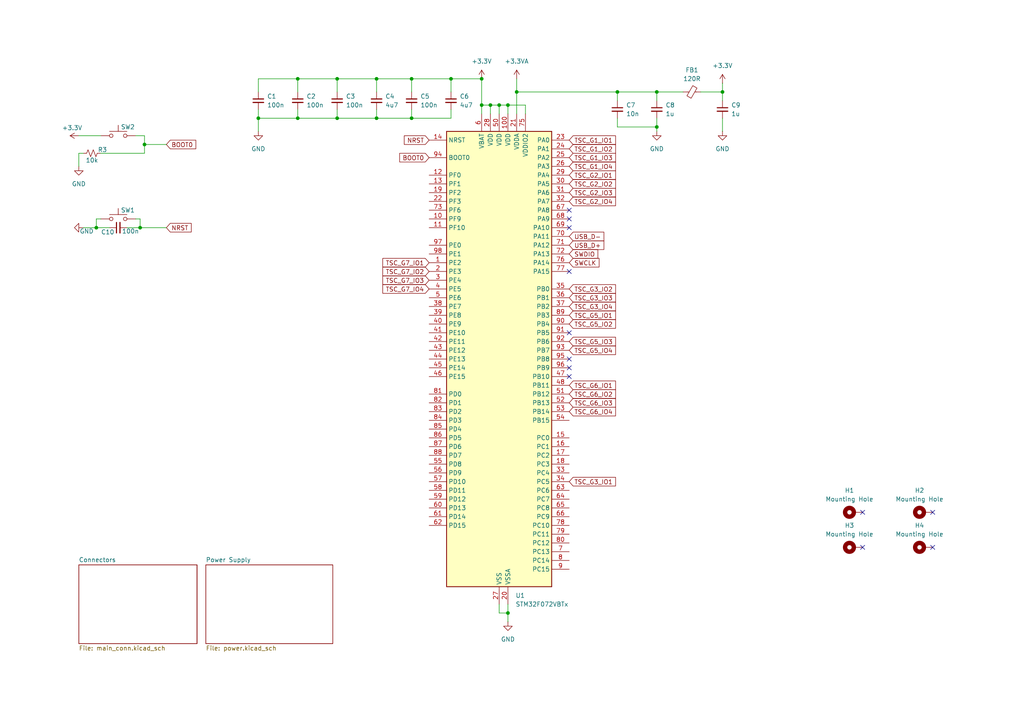
<source format=kicad_sch>
(kicad_sch (version 20231120) (generator "eeschema") (generator_version "8.0")
  (paper "A4")
  (title_block (title "Main Board") (date "2024-11-29") (rev "5") (company "Illini Rhythm Syndicate"))
  (lib_symbols
    (symbol "Device:C_Small" (pin_numbers hide) (pin_names (offset 0.254) hide)
      (property "Reference" "C" (at 0.254 1.778 0))
      (property "Value" "C_Small" (at 0.254 -2.032 0))
      (symbol "C_Small_0_1"
        (polyline (pts (xy -1.524 -0.508) (xy 1.524 -0.508)) (stroke (width 0.3302)))
        (polyline (pts (xy -1.524 0.508) (xy 1.524 0.508)) (stroke (width 0.3048)))
      )
      (symbol "C_Small_1_1"
        (pin passive line (at 0 2.54 270) (length 2.032) (name "~") (number "1"))
        (pin passive line (at 0 -2.54 90) (length 2.032) (name "~") (number "2"))
      )
    )
    (symbol "Device:FerriteBead_Small" (pin_numbers hide) (pin_names (offset 0))
      (property "Reference" "FB" (at 1.905 1.27 0))
      (property "Value" "FerriteBead_Small" (at 1.905 -1.27 0))
      (symbol "FerriteBead_Small_0_1"
        (polyline (pts (xy 0 -1.27) (xy 0 -0.7874)))
        (polyline (pts (xy 0 0.889) (xy 0 1.2954)))
        (polyline (pts (xy -1.8288 0.2794) (xy -1.1176 1.4986) (xy 1.8288 -0.2032) (xy 1.1176 -1.4224) (xy -1.8288 0.2794)))
      )
      (symbol "FerriteBead_Small_1_1"
        (pin passive line (at 0 2.54 270) (length 1.27) (name "~") (number "1"))
        (pin passive line (at 0 -2.54 90) (length 1.27) (name "~") (number "2"))
      )
    )
    (symbol "Device:R_Small_US" (pin_numbers hide) (pin_names (offset 0.254) hide)
      (property "Reference" "R" (at 0.762 0.508 0))
      (property "Value" "R_Small_US" (at 0.762 -1.016 0))
      (symbol "R_Small_US_1_1"
        (polyline (pts (xy 0 0) (xy 1.016 -0.381) (xy 0 -0.762) (xy -1.016 -1.143) (xy 0 -1.524)))
        (polyline (pts (xy 0 1.524) (xy 1.016 1.143) (xy 0 0.762) (xy -1.016 0.381) (xy 0 0)))
        (pin passive line (at 0 2.54 270) (length 1.016) (name "~") (number "1"))
        (pin passive line (at 0 -2.54 90) (length 1.016) (name "~") (number "2"))
      )
    )
    (symbol "MCU_ST_STM32F0:STM32F072VBTx"
      (property "Reference" "U" (at -15.24 67.31 0))
      (property "Value" "STM32F072VBTx" (at 10.16 67.31 0))
      (symbol "STM32F072VBTx_0_1"
        (rectangle (start -15.24 -66.04) (end 15.24 66.04) (stroke (width 0.254)) (fill (type background)))
      )
      (symbol "STM32F072VBTx_1_1"
        (pin bidirectional line (at -20.32 27.94 0) (length 5.08) (name "PE2") (number "1"))
        (pin bidirectional line (at -20.32 40.64 0) (length 5.08) (name "PF9") (number "10"))
        (pin power_in line (at 2.54 71.12 270) (length 5.08) (name "VDD") (number "100"))
        (pin bidirectional line (at -20.32 38.1 0) (length 5.08) (name "PF10") (number "11"))
        (pin bidirectional line (at -20.32 53.34 0) (length 5.08) (name "PF0") (number "12"))
        (pin bidirectional line (at -20.32 50.8 0) (length 5.08) (name "PF1") (number "13"))
        (pin input line (at -20.32 63.5 0) (length 5.08) (name "NRST") (number "14"))
        (pin bidirectional line (at 20.32 -22.86 180) (length 5.08) (name "PC0") (number "15"))
        (pin bidirectional line (at 20.32 -25.4 180) (length 5.08) (name "PC1") (number "16"))
        (pin bidirectional line (at 20.32 -27.94 180) (length 5.08) (name "PC2") (number "17"))
        (pin bidirectional line (at 20.32 -30.48 180) (length 5.08) (name "PC3") (number "18"))
        (pin bidirectional line (at -20.32 48.26 0) (length 5.08) (name "PF2") (number "19"))
        (pin bidirectional line (at -20.32 25.4 0) (length 5.08) (name "PE3") (number "2"))
        (pin power_in line (at 2.54 -71.12 90) (length 5.08) (name "VSSA") (number "20"))
        (pin power_in line (at 5.08 71.12 270) (length 5.08) (name "VDDA") (number "21"))
        (pin bidirectional line (at -20.32 45.72 0) (length 5.08) (name "PF3") (number "22"))
        (pin bidirectional line (at 20.32 63.5 180) (length 5.08) (name "PA0") (number "23"))
        (pin bidirectional line (at 20.32 60.96 180) (length 5.08) (name "PA1") (number "24"))
        (pin bidirectional line (at 20.32 58.42 180) (length 5.08) (name "PA2") (number "25"))
        (pin bidirectional line (at 20.32 55.88 180) (length 5.08) (name "PA3") (number "26"))
        (pin power_in line (at 0 -71.12 90) (length 5.08) (name "VSS") (number "27"))
        (pin power_in line (at -2.54 71.12 270) (length 5.08) (name "VDD") (number "28"))
        (pin bidirectional line (at 20.32 53.34 180) (length 5.08) (name "PA4") (number "29"))
        (pin bidirectional line (at -20.32 22.86 0) (length 5.08) (name "PE4") (number "3"))
        (pin bidirectional line (at 20.32 50.8 180) (length 5.08) (name "PA5") (number "30"))
        (pin bidirectional line (at 20.32 48.26 180) (length 5.08) (name "PA6") (number "31"))
        (pin bidirectional line (at 20.32 45.72 180) (length 5.08) (name "PA7") (number "32"))
        (pin bidirectional line (at 20.32 -33.02 180) (length 5.08) (name "PC4") (number "33"))
        (pin bidirectional line (at 20.32 -35.56 180) (length 5.08) (name "PC5") (number "34"))
        (pin bidirectional line (at 20.32 20.32 180) (length 5.08) (name "PB0") (number "35"))
        (pin bidirectional line (at 20.32 17.78 180) (length 5.08) (name "PB1") (number "36"))
        (pin bidirectional line (at 20.32 15.24 180) (length 5.08) (name "PB2") (number "37"))
        (pin bidirectional line (at -20.32 15.24 0) (length 5.08) (name "PE7") (number "38"))
        (pin bidirectional line (at -20.32 12.7 0) (length 5.08) (name "PE8") (number "39"))
        (pin bidirectional line (at -20.32 20.32 0) (length 5.08) (name "PE5") (number "4"))
        (pin bidirectional line (at -20.32 10.16 0) (length 5.08) (name "PE9") (number "40"))
        (pin bidirectional line (at -20.32 7.62 0) (length 5.08) (name "PE10") (number "41"))
        (pin bidirectional line (at -20.32 5.08 0) (length 5.08) (name "PE11") (number "42"))
        (pin bidirectional line (at -20.32 2.54 0) (length 5.08) (name "PE12") (number "43"))
        (pin bidirectional line (at -20.32 0 0) (length 5.08) (name "PE13") (number "44"))
        (pin bidirectional line (at -20.32 -2.54 0) (length 5.08) (name "PE14") (number "45"))
        (pin bidirectional line (at -20.32 -5.08 0) (length 5.08) (name "PE15") (number "46"))
        (pin bidirectional line (at 20.32 -5.08 180) (length 5.08) (name "PB10") (number "47"))
        (pin bidirectional line (at 20.32 -7.62 180) (length 5.08) (name "PB11") (number "48"))
        (pin passive line (at 0 -71.12 90) (length 5.08) hide (name "VSS") (number "49"))
        (pin bidirectional line (at -20.32 17.78 0) (length 5.08) (name "PE6") (number "5"))
        (pin power_in line (at 0 71.12 270) (length 5.08) (name "VDD") (number "50"))
        (pin bidirectional line (at 20.32 -10.16 180) (length 5.08) (name "PB12") (number "51"))
        (pin bidirectional line (at 20.32 -12.7 180) (length 5.08) (name "PB13") (number "52"))
        (pin bidirectional line (at 20.32 -15.24 180) (length 5.08) (name "PB14") (number "53"))
        (pin bidirectional line (at 20.32 -17.78 180) (length 5.08) (name "PB15") (number "54"))
        (pin bidirectional line (at -20.32 -30.48 0) (length 5.08) (name "PD8") (number "55"))
        (pin bidirectional line (at -20.32 -33.02 0) (length 5.08) (name "PD9") (number "56"))
        (pin bidirectional line (at -20.32 -35.56 0) (length 5.08) (name "PD10") (number "57"))
        (pin bidirectional line (at -20.32 -38.1 0) (length 5.08) (name "PD11") (number "58"))
        (pin bidirectional line (at -20.32 -40.64 0) (length 5.08) (name "PD12") (number "59"))
        (pin power_in line (at -5.08 71.12 270) (length 5.08) (name "VBAT") (number "6"))
        (pin bidirectional line (at -20.32 -43.18 0) (length 5.08) (name "PD13") (number "60"))
        (pin bidirectional line (at -20.32 -45.72 0) (length 5.08) (name "PD14") (number "61"))
        (pin bidirectional line (at -20.32 -48.26 0) (length 5.08) (name "PD15") (number "62"))
        (pin bidirectional line (at 20.32 -38.1 180) (length 5.08) (name "PC6") (number "63"))
        (pin bidirectional line (at 20.32 -40.64 180) (length 5.08) (name "PC7") (number "64"))
        (pin bidirectional line (at 20.32 -43.18 180) (length 5.08) (name "PC8") (number "65"))
        (pin bidirectional line (at 20.32 -45.72 180) (length 5.08) (name "PC9") (number "66"))
        (pin bidirectional line (at 20.32 43.18 180) (length 5.08) (name "PA8") (number "67"))
        (pin bidirectional line (at 20.32 40.64 180) (length 5.08) (name "PA9") (number "68"))
        (pin bidirectional line (at 20.32 38.1 180) (length 5.08) (name "PA10") (number "69"))
        (pin bidirectional line (at 20.32 -55.88 180) (length 5.08) (name "PC13") (number "7"))
        (pin bidirectional line (at 20.32 35.56 180) (length 5.08) (name "PA11") (number "70"))
        (pin bidirectional line (at 20.32 33.02 180) (length 5.08) (name "PA12") (number "71"))
        (pin bidirectional line (at 20.32 30.48 180) (length 5.08) (name "PA13") (number "72"))
        (pin bidirectional line (at -20.32 43.18 0) (length 5.08) (name "PF6") (number "73"))
        (pin passive line (at 0 -71.12 90) (length 5.08) hide (name "VSS") (number "74"))
        (pin power_in line (at 7.62 71.12 270) (length 5.08) (name "VDDIO2") (number "75"))
        (pin bidirectional line (at 20.32 27.94 180) (length 5.08) (name "PA14") (number "76"))
        (pin bidirectional line (at 20.32 25.4 180) (length 5.08) (name "PA15") (number "77"))
        (pin bidirectional line (at 20.32 -48.26 180) (length 5.08) (name "PC10") (number "78"))
        (pin bidirectional line (at 20.32 -50.8 180) (length 5.08) (name "PC11") (number "79"))
        (pin bidirectional line (at 20.32 -58.42 180) (length 5.08) (name "PC14") (number "8"))
        (pin bidirectional line (at 20.32 -53.34 180) (length 5.08) (name "PC12") (number "80"))
        (pin bidirectional line (at -20.32 -10.16 0) (length 5.08) (name "PD0") (number "81"))
        (pin bidirectional line (at -20.32 -12.7 0) (length 5.08) (name "PD1") (number "82"))
        (pin bidirectional line (at -20.32 -15.24 0) (length 5.08) (name "PD2") (number "83"))
        (pin bidirectional line (at -20.32 -17.78 0) (length 5.08) (name "PD3") (number "84"))
        (pin bidirectional line (at -20.32 -20.32 0) (length 5.08) (name "PD4") (number "85"))
        (pin bidirectional line (at -20.32 -22.86 0) (length 5.08) (name "PD5") (number "86"))
        (pin bidirectional line (at -20.32 -25.4 0) (length 5.08) (name "PD6") (number "87"))
        (pin bidirectional line (at -20.32 -27.94 0) (length 5.08) (name "PD7") (number "88"))
        (pin bidirectional line (at 20.32 12.7 180) (length 5.08) (name "PB3") (number "89"))
        (pin bidirectional line (at 20.32 -60.96 180) (length 5.08) (name "PC15") (number "9"))
        (pin bidirectional line (at 20.32 10.16 180) (length 5.08) (name "PB4") (number "90"))
        (pin bidirectional line (at 20.32 7.62 180) (length 5.08) (name "PB5") (number "91"))
        (pin bidirectional line (at 20.32 5.08 180) (length 5.08) (name "PB6") (number "92"))
        (pin bidirectional line (at 20.32 2.54 180) (length 5.08) (name "PB7") (number "93"))
        (pin input line (at -20.32 58.42 0) (length 5.08) (name "BOOT0") (number "94"))
        (pin bidirectional line (at 20.32 0 180) (length 5.08) (name "PB8") (number "95"))
        (pin bidirectional line (at 20.32 -2.54 180) (length 5.08) (name "PB9") (number "96"))
        (pin bidirectional line (at -20.32 33.02 0) (length 5.08) (name "PE0") (number "97"))
        (pin bidirectional line (at -20.32 30.48 0) (length 5.08) (name "PE1") (number "98"))
        (pin passive line (at 0 -71.12 90) (length 5.08) hide (name "VSS") (number "99"))
      )
    )
    (symbol "Mechanical:MountingHole_Pad" (pin_numbers hide) (pin_names (offset 1.016) hide) (exclude_from_sim yes) (in_bom no)
      (property "Reference" "H" (at 0 6.35 0))
      (property "Value" "MountingHole_Pad" (at 0 4.445 0))
      (symbol "MountingHole_Pad_0_1"
        (circle (center 0 1.27) (radius 1.27) (stroke (width 1.27)))
      )
      (symbol "MountingHole_Pad_1_1"
        (pin input line (at 0 -2.54 90) (length 2.54) (name "1") (number "1"))
      )
    )
    (symbol "Switch:SW_Push" (pin_numbers hide) (pin_names (offset 1.016) hide)
      (property "Reference" "SW" (at 1.27 2.54 0))
      (property "Value" "SW_Push" (at 0 -1.524 0))
      (symbol "SW_Push_0_1"
        (circle (center -2.032 0) (radius 0.508))
        (polyline (pts (xy 0 1.27) (xy 0 3.048)))
        (polyline (pts (xy 2.54 1.27) (xy -2.54 1.27)))
        (circle (center 2.032 0) (radius 0.508))
        (pin passive line (at -5.08 0 0) (length 2.54) (name "1") (number "1"))
        (pin passive line (at 5.08 0 180) (length 2.54) (name "2") (number "2"))
      )
    )
    (symbol "power:+3.3V" (power) (pin_numbers hide) (pin_names (offset 0) hide)
      (property "Value" "+3.3V" (at 0 3.556 0))
      (symbol "+3.3V_0_1"
        (polyline (pts (xy -0.762 1.27) (xy 0 2.54)))
        (polyline (pts (xy 0 0) (xy 0 2.54)))
        (polyline (pts (xy 0 2.54) (xy 0.762 1.27)))
      )
      (symbol "+3.3V_1_1"
        (pin power_in line (at 0 0 90) (length 0) (name "~") (number "1"))
      )
    )
    (symbol "power:+3.3VA" (power) (pin_numbers hide) (pin_names (offset 0) hide)
      (property "Value" "+3.3VA" (at 0 3.556 0))
      (symbol "+3.3VA_0_1"
        (polyline (pts (xy -0.762 1.27) (xy 0 2.54)))
        (polyline (pts (xy 0 0) (xy 0 2.54)))
        (polyline (pts (xy 0 2.54) (xy 0.762 1.27)))
      )
      (symbol "+3.3VA_1_1"
        (pin power_in line (at 0 0 90) (length 0) (name "~") (number "1"))
      )
    )
    (symbol "power:GND" (power) (pin_numbers hide) (pin_names (offset 0) hide)
      (property "Value" "GND" (at 0 -3.81 0))
      (symbol "GND_0_1"
        (polyline (pts (xy 0 0) (xy 0 -1.27) (xy 1.27 -1.27) (xy 0 -2.54) (xy -1.27 -1.27) (xy 0 -1.27)))
      )
      (symbol "GND_1_1"
        (pin power_in line (at 0 0 270) (length 0) (name "~") (number "1"))
      )
    )
  )
  (junction (at 40.64 66.04))
  (junction (at 109.22 34.29))
  (junction (at 74.93 34.29))
  (junction (at 41.91 41.91))
  (junction (at 139.7 22.86))
  (junction (at 190.5 36.83))
  (junction (at 97.79 22.86))
  (junction (at 144.78 30.48))
  (junction (at 209.55 26.67))
  (junction (at 142.24 30.48))
  (junction (at 86.36 22.86))
  (junction (at 109.22 22.86))
  (junction (at 149.86 26.67))
  (junction (at 179.07 26.67))
  (junction (at 97.79 34.29))
  (junction (at 119.38 34.29))
  (junction (at 86.36 34.29))
  (junction (at 139.7 30.48))
  (junction (at 190.5 26.67))
  (junction (at 119.38 22.86))
  (junction (at 27.94 66.04))
  (junction (at 147.32 177.8))
  (junction (at 130.81 22.86))
  (junction (at 147.32 30.48))
  (no_connect (at 250.19 158.75))
  (no_connect (at 270.51 148.59))
  (no_connect (at 165.1 78.74))
  (no_connect (at 165.1 66.04))
  (no_connect (at 250.19 148.59))
  (no_connect (at 165.1 60.96))
  (no_connect (at 165.1 63.5))
  (no_connect (at 165.1 109.22))
  (no_connect (at 165.1 106.68))
  (no_connect (at 165.1 96.52))
  (no_connect (at 165.1 104.14))
  (no_connect (at 270.51 158.75))
  (wire (pts (xy 139.7 30.48) (xy 142.24 30.48)))
  (wire (pts (xy 144.78 177.8) (xy 147.32 177.8)))
  (wire (pts (xy 190.5 26.67) (xy 179.07 26.67)))
  (wire (pts (xy 74.93 34.29) (xy 74.93 38.1)))
  (wire (pts (xy 139.7 30.48) (xy 139.7 33.02)))
  (wire (pts (xy 144.78 175.26) (xy 144.78 177.8)))
  (wire (pts (xy 27.94 63.5) (xy 27.94 66.04)))
  (wire (pts (xy 147.32 177.8) (xy 147.32 180.34)))
  (wire (pts (xy 24.13 66.04) (xy 27.94 66.04)))
  (wire (pts (xy 74.93 22.86) (xy 74.93 26.67)))
  (wire (pts (xy 119.38 34.29) (xy 109.22 34.29)))
  (wire (pts (xy 144.78 30.48) (xy 144.78 33.02)))
  (wire (pts (xy 109.22 22.86) (xy 109.22 26.67)))
  (wire (pts (xy 86.36 22.86) (xy 97.79 22.86)))
  (wire (pts (xy 29.21 44.45) (xy 41.91 44.45)))
  (wire (pts (xy 39.37 63.5) (xy 40.64 63.5)))
  (wire (pts (xy 97.79 34.29) (xy 86.36 34.29)))
  (wire (pts (xy 147.32 177.8) (xy 147.32 175.26)))
  (wire (pts (xy 190.5 34.29) (xy 190.5 36.83)))
  (wire (pts (xy 209.55 26.67) (xy 203.2 26.67)))
  (wire (pts (xy 41.91 41.91) (xy 48.26 41.91)))
  (wire (pts (xy 22.86 44.45) (xy 22.86 48.26)))
  (wire (pts (xy 97.79 22.86) (xy 109.22 22.86)))
  (wire (pts (xy 152.4 30.48) (xy 152.4 33.02)))
  (wire (pts (xy 119.38 31.75) (xy 119.38 34.29)))
  (wire (pts (xy 142.24 30.48) (xy 142.24 33.02)))
  (wire (pts (xy 198.12 26.67) (xy 190.5 26.67)))
  (wire (pts (xy 41.91 39.37) (xy 39.37 39.37)))
  (wire (pts (xy 130.81 22.86) (xy 139.7 22.86)))
  (wire (pts (xy 130.81 22.86) (xy 130.81 26.67)))
  (wire (pts (xy 109.22 22.86) (xy 119.38 22.86)))
  (wire (pts (xy 40.64 66.04) (xy 48.26 66.04)))
  (wire (pts (xy 29.21 63.5) (xy 27.94 63.5)))
  (wire (pts (xy 119.38 22.86) (xy 119.38 26.67)))
  (wire (pts (xy 74.93 22.86) (xy 86.36 22.86)))
  (wire (pts (xy 139.7 22.86) (xy 139.7 30.48)))
  (wire (pts (xy 142.24 30.48) (xy 144.78 30.48)))
  (wire (pts (xy 86.36 31.75) (xy 86.36 34.29)))
  (wire (pts (xy 36.83 66.04) (xy 40.64 66.04)))
  (wire (pts (xy 130.81 31.75) (xy 130.81 34.29)))
  (wire (pts (xy 130.81 34.29) (xy 119.38 34.29)))
  (wire (pts (xy 109.22 34.29) (xy 97.79 34.29)))
  (wire (pts (xy 144.78 30.48) (xy 147.32 30.48)))
  (wire (pts (xy 179.07 34.29) (xy 179.07 36.83)))
  (wire (pts (xy 119.38 22.86) (xy 130.81 22.86)))
  (wire (pts (xy 86.36 34.29) (xy 74.93 34.29)))
  (wire (pts (xy 149.86 26.67) (xy 179.07 26.67)))
  (wire (pts (xy 149.86 33.02) (xy 149.86 26.67)))
  (wire (pts (xy 41.91 41.91) (xy 41.91 44.45)))
  (wire (pts (xy 209.55 24.13) (xy 209.55 26.67)))
  (wire (pts (xy 179.07 26.67) (xy 179.07 29.21)))
  (wire (pts (xy 190.5 26.67) (xy 190.5 29.21)))
  (wire (pts (xy 74.93 34.29) (xy 74.93 31.75)))
  (wire (pts (xy 109.22 31.75) (xy 109.22 34.29)))
  (wire (pts (xy 22.86 39.37) (xy 29.21 39.37)))
  (wire (pts (xy 97.79 26.67) (xy 97.79 22.86)))
  (wire (pts (xy 179.07 36.83) (xy 190.5 36.83)))
  (wire (pts (xy 40.64 63.5) (xy 40.64 66.04)))
  (wire (pts (xy 147.32 30.48) (xy 152.4 30.48)))
  (wire (pts (xy 41.91 39.37) (xy 41.91 41.91)))
  (wire (pts (xy 24.13 44.45) (xy 22.86 44.45)))
  (wire (pts (xy 209.55 34.29) (xy 209.55 38.1)))
  (wire (pts (xy 97.79 31.75) (xy 97.79 34.29)))
  (wire (pts (xy 190.5 36.83) (xy 190.5 38.1)))
  (wire (pts (xy 147.32 30.48) (xy 147.32 33.02)))
  (wire (pts (xy 149.86 22.86) (xy 149.86 26.67)))
  (wire (pts (xy 27.94 66.04) (xy 31.75 66.04)))
  (wire (pts (xy 86.36 26.67) (xy 86.36 22.86)))
  (wire (pts (xy 209.55 26.67) (xy 209.55 29.21)))
  (global_label "SWDIO" (shape input) (at 165.1 73.66 0) (property "Intersheetrefs" "${INTERSHEET_REFS}" (effects (hide yes))))
  (global_label "TSC_G3_IO3" (shape input) (at 165.1 86.36 0) (property "Intersheetrefs" "${INTERSHEET_REFS}" (effects (hide yes))))
  (global_label "TSC_G6_IO4" (shape input) (at 165.1 119.38 0) (property "Intersheetrefs" "${INTERSHEET_REFS}" (effects (hide yes))))
  (global_label "TSC_G1_IO1" (shape input) (at 165.1 40.64 0) (property "Intersheetrefs" "${INTERSHEET_REFS}" (effects (hide yes))))
  (global_label "TSC_G2_IO3" (shape input) (at 165.1 55.88 0) (property "Intersheetrefs" "${INTERSHEET_REFS}" (effects (hide yes))))
  (global_label "TSC_G7_IO3" (shape input) (at 124.46 81.28 180) (property "Intersheetrefs" "${INTERSHEET_REFS}" (effects (hide yes))))
  (global_label "TSC_G5_IO1" (shape input) (at 165.1 91.44 0) (property "Intersheetrefs" "${INTERSHEET_REFS}" (effects (hide yes))))
  (global_label "TSC_G5_IO4" (shape input) (at 165.1 101.6 0) (property "Intersheetrefs" "${INTERSHEET_REFS}" (effects (hide yes))))
  (global_label "TSC_G6_IO1" (shape input) (at 165.1 111.76 0) (property "Intersheetrefs" "${INTERSHEET_REFS}" (effects (hide yes))))
  (global_label "USB_D+" (shape input) (at 165.1 71.12 0) (property "Intersheetrefs" "${INTERSHEET_REFS}" (effects (hide yes))))
  (global_label "TSC_G7_IO2" (shape input) (at 124.46 78.74 180) (property "Intersheetrefs" "${INTERSHEET_REFS}" (effects (hide yes))))
  (global_label "TSC_G3_IO2" (shape input) (at 165.1 83.82 0) (property "Intersheetrefs" "${INTERSHEET_REFS}" (effects (hide yes))))
  (global_label "NRST" (shape input) (at 124.46 40.64 180) (property "Intersheetrefs" "${INTERSHEET_REFS}" (effects (hide yes))))
  (global_label "SWCLK" (shape input) (at 165.1 76.2 0) (property "Intersheetrefs" "${INTERSHEET_REFS}" (effects (hide yes))))
  (global_label "TSC_G3_IO1" (shape input) (at 165.1 139.7 0) (property "Intersheetrefs" "${INTERSHEET_REFS}" (effects (hide yes))))
  (global_label "TSC_G3_IO4" (shape input) (at 165.1 88.9 0) (property "Intersheetrefs" "${INTERSHEET_REFS}" (effects (hide yes))))
  (global_label "TSC_G6_IO3" (shape input) (at 165.1 116.84 0) (property "Intersheetrefs" "${INTERSHEET_REFS}" (effects (hide yes))))
  (global_label "USB_D-" (shape input) (at 165.1 68.58 0) (property "Intersheetrefs" "${INTERSHEET_REFS}" (effects (hide yes))))
  (global_label "TSC_G6_IO2" (shape input) (at 165.1 114.3 0) (property "Intersheetrefs" "${INTERSHEET_REFS}" (effects (hide yes))))
  (global_label "TSC_G5_IO3" (shape input) (at 165.1 99.06 0) (property "Intersheetrefs" "${INTERSHEET_REFS}" (effects (hide yes))))
  (global_label "NRST" (shape input) (at 48.26 66.04 0) (property "Intersheetrefs" "${INTERSHEET_REFS}" (effects (hide yes))))
  (global_label "TSC_G1_IO2" (shape input) (at 165.1 43.18 0) (property "Intersheetrefs" "${INTERSHEET_REFS}" (effects (hide yes))))
  (global_label "TSC_G7_IO4" (shape input) (at 124.46 83.82 180) (property "Intersheetrefs" "${INTERSHEET_REFS}" (effects (hide yes))))
  (global_label "TSC_G1_IO4" (shape input) (at 165.1 48.26 0) (property "Intersheetrefs" "${INTERSHEET_REFS}" (effects (hide yes))))
  (global_label "TSC_G2_IO2" (shape input) (at 165.1 53.34 0) (property "Intersheetrefs" "${INTERSHEET_REFS}" (effects (hide yes))))
  (global_label "TSC_G2_IO1" (shape input) (at 165.1 50.8 0) (property "Intersheetrefs" "${INTERSHEET_REFS}" (effects (hide yes))))
  (global_label "TSC_G5_IO2" (shape input) (at 165.1 93.98 0) (property "Intersheetrefs" "${INTERSHEET_REFS}" (effects (hide yes))))
  (global_label "TSC_G2_IO4" (shape input) (at 165.1 58.42 0) (property "Intersheetrefs" "${INTERSHEET_REFS}" (effects (hide yes))))
  (global_label "TSC_G7_IO1" (shape input) (at 124.46 76.2 180) (property "Intersheetrefs" "${INTERSHEET_REFS}" (effects (hide yes))))
  (global_label "TSC_G1_IO3" (shape input) (at 165.1 45.72 0) (property "Intersheetrefs" "${INTERSHEET_REFS}" (effects (hide yes))))
  (global_label "BOOT0" (shape input) (at 124.46 45.72 180) (property "Intersheetrefs" "${INTERSHEET_REFS}" (effects (hide yes))))
  (global_label "BOOT0" (shape input) (at 48.26 41.91 0) (property "Intersheetrefs" "${INTERSHEET_REFS}" (effects (hide yes))))
  (symbol (lib_id "power:+3.3V") (at 139.7 22.86 0) (unit 1)
    (property "Reference" "#PWR01" (effects (hide yes)))
    (property "Value" "+3.3V" (at 139.7 17.78 0))
    (property "Description" "Power symbol creates a global label with name \"+3.3V\"" (effects (hide yes)))
  )
  (symbol (lib_id "Switch:SW_Push") (at 34.29 63.5 0) (unit 1)
    (property "Reference" "SW1" (at 37.084 60.96 0))
    (property "Value" "SW_Push" (effects (hide yes)))
    (property "Footprint" "Button_Switch_SMD:SW_Tactile_SPST_NO_Straight_CK_PTS636Sx25SMTRLFS" (effects (hide yes)))
    (property "Description" "Push button switch, generic, two pins" (effects (hide yes)))
  )
  (symbol (lib_id "MCU_ST_STM32F0:STM32F072VBTx") (at 144.78 104.14 0) (unit 1)
    (property "Reference" "U1" (at 149.5141 172.72 0) (effects (justify left)))
    (property "Value" "STM32F072VBTx" (at 149.5141 175.26 0) (effects (justify left)))
    (property "Footprint" "Package_QFP:LQFP-100_14x14mm_P0.5mm" (effects (hide yes)))
    (property "Datasheet" "https://www.st.com/resource/en/datasheet/stm32f072vb.pdf" (effects (hide yes)))
    (property "Description" "STMicroelectronics Arm Cortex-M0 MCU, 128KB flash, 16KB RAM, 48 MHz, 2.0-3.6V, 87 GPIO, LQFP100" (effects (hide yes)))
  )
  (symbol (lib_id "Device:C_Small") (at 86.36 29.21 0) (unit 1)
    (property "Reference" "C2" (at 88.9 27.9462 0) (effects (justify left)))
    (property "Value" "100n" (at 88.9 30.4862 0) (effects (justify left)))
    (property "Footprint" "Capacitor_SMD:C_0402_1005Metric" (effects (hide yes)))
    (property "Description" "Unpolarized capacitor, small symbol" (effects (hide yes)))
  )
  (symbol (lib_id "Device:C_Small") (at 97.79 29.21 0) (unit 1)
    (property "Reference" "C3" (at 100.33 27.9462 0) (effects (justify left)))
    (property "Value" "100n" (at 100.33 30.4862 0) (effects (justify left)))
    (property "Footprint" "Capacitor_SMD:C_0402_1005Metric" (effects (hide yes)))
    (property "Description" "Unpolarized capacitor, small symbol" (effects (hide yes)))
  )
  (symbol (lib_id "Switch:SW_Push") (at 34.29 39.37 0) (unit 1)
    (property "Reference" "SW2" (at 37.084 36.83 0))
    (property "Value" "SW_Push" (effects (hide yes)))
    (property "Footprint" "Button_Switch_SMD:SW_Tactile_SPST_NO_Straight_CK_PTS636Sx25SMTRLFS" (effects (hide yes)))
    (property "Description" "Push button switch, generic, two pins" (effects (hide yes)))
  )
  (symbol (lib_id "Mechanical:MountingHole_Pad") (at 267.97 158.75 90) (unit 1) (exclude_from_sim yes) (in_bom no)
    (property "Reference" "H4" (at 266.7 152.4 90))
    (property "Value" "Mounting Hole" (at 266.7 154.94 90))
    (property "Footprint" "MountingHole:MountingHole_2.2mm_M2_Pad" (effects (hide yes)))
    (property "Description" "Mounting Hole with connection" (effects (hide yes)))
  )
  (symbol (lib_id "power:GND") (at 209.55 38.1 0) (unit 1)
    (property "Reference" "#PWR06" (effects (hide yes)))
    (property "Value" "GND" (at 209.55 43.18 0))
    (property "Description" "Power symbol creates a global label with name \"GND\" , ground" (effects (hide yes)))
  )
  (symbol (lib_id "power:GND") (at 147.32 180.34 0) (unit 1)
    (property "Reference" "#PWR015" (effects (hide yes)))
    (property "Value" "GND" (at 147.32 185.42 0))
    (property "Description" "Power symbol creates a global label with name \"GND\" , ground" (effects (hide yes)))
  )
  (symbol (lib_id "power:+3.3V") (at 209.55 24.13 0) (unit 1)
    (property "Reference" "#PWR03" (effects (hide yes)))
    (property "Value" "+3.3V" (at 209.55 19.05 0))
    (property "Description" "Power symbol creates a global label with name \"+3.3V\"" (effects (hide yes)))
  )
  (symbol (lib_id "Mechanical:MountingHole_Pad") (at 247.65 148.59 90) (unit 1) (exclude_from_sim yes) (in_bom no)
    (property "Reference" "H1" (at 246.38 142.24 90))
    (property "Value" "Mounting Hole" (at 246.38 144.78 90))
    (property "Footprint" "MountingHole:MountingHole_2.2mm_M2_Pad" (effects (hide yes)))
    (property "Description" "Mounting Hole with connection" (effects (hide yes)))
  )
  (symbol (lib_id "Mechanical:MountingHole_Pad") (at 247.65 158.75 90) (unit 1) (exclude_from_sim yes) (in_bom no)
    (property "Reference" "H3" (at 246.38 152.4 90))
    (property "Value" "Mounting Hole" (at 246.38 154.94 90))
    (property "Footprint" "MountingHole:MountingHole_2.2mm_M2_Pad" (effects (hide yes)))
    (property "Description" "Mounting Hole with connection" (effects (hide yes)))
  )
  (symbol (lib_id "Device:C_Small") (at 130.81 29.21 0) (unit 1)
    (property "Reference" "C6" (at 133.35 27.9462 0) (effects (justify left)))
    (property "Value" "4u7" (at 133.35 30.4862 0) (effects (justify left)))
    (property "Footprint" "Capacitor_SMD:C_0603_1608Metric" (effects (hide yes)))
    (property "Description" "Unpolarized capacitor, small symbol" (effects (hide yes)))
  )
  (symbol (lib_id "power:+3.3V") (at 22.86 39.37 90) (unit 1)
    (property "Reference" "#PWR08" (effects (hide yes)))
    (property "Value" "+3.3V" (at 23.876 37.084 90) (effects (justify left)))
    (property "Description" "Power symbol creates a global label with name \"+3.3V\"" (effects (hide yes)))
  )
  (symbol (lib_id "Device:C_Small") (at 179.07 31.75 0) (unit 1)
    (property "Reference" "C7" (at 181.61 30.4862 0) (effects (justify left)))
    (property "Value" "10n" (at 181.61 33.0262 0) (effects (justify left)))
    (property "Footprint" "Capacitor_SMD:C_0402_1005Metric" (effects (hide yes)))
    (property "Description" "Unpolarized capacitor, small symbol" (effects (hide yes)))
  )
  (symbol (lib_id "Device:C_Small") (at 209.55 31.75 0) (unit 1)
    (property "Reference" "C9" (at 212.09 30.4862 0) (effects (justify left)))
    (property "Value" "1u" (at 212.09 33.0262 0) (effects (justify left)))
    (property "Footprint" "Capacitor_SMD:C_0603_1608Metric" (effects (hide yes)))
    (property "Description" "Unpolarized capacitor, small symbol" (effects (hide yes)))
  )
  (symbol (lib_id "Device:C_Small") (at 190.5 31.75 0) (unit 1)
    (property "Reference" "C8" (at 193.04 30.4862 0) (effects (justify left)))
    (property "Value" "1u" (at 193.04 33.0262 0) (effects (justify left)))
    (property "Footprint" "Capacitor_SMD:C_0603_1608Metric" (effects (hide yes)))
    (property "Description" "Unpolarized capacitor, small symbol" (effects (hide yes)))
  )
  (symbol (lib_id "power:GND") (at 74.93 38.1 0) (unit 1)
    (property "Reference" "#PWR04" (effects (hide yes)))
    (property "Value" "GND" (at 74.93 43.18 0))
    (property "Description" "Power symbol creates a global label with name \"GND\" , ground" (effects (hide yes)))
  )
  (symbol (lib_id "power:GND") (at 190.5 38.1 0) (unit 1)
    (property "Reference" "#PWR05" (effects (hide yes)))
    (property "Value" "GND" (at 190.5 43.18 0))
    (property "Description" "Power symbol creates a global label with name \"GND\" , ground" (effects (hide yes)))
  )
  (symbol (lib_id "Device:R_Small_US") (at 26.67 44.45 90) (unit 1)
    (property "Reference" "R3" (at 29.718 43.434 90))
    (property "Value" "10k" (at 26.67 46.482 90))
    (property "Footprint" "Resistor_SMD:R_0402_1005Metric" (effects (hide yes)))
    (property "Description" "Resistor, small US symbol" (effects (hide yes)))
  )
  (symbol (lib_id "power:GND") (at 22.86 48.26 0) (unit 1)
    (property "Reference" "#PWR09" (effects (hide yes)))
    (property "Value" "GND" (at 22.86 53.34 0))
    (property "Description" "Power symbol creates a global label with name \"GND\" , ground" (effects (hide yes)))
  )
  (symbol (lib_id "power:+3.3VA") (at 149.86 22.86 0) (unit 1)
    (property "Reference" "#PWR02" (effects (hide yes)))
    (property "Value" "+3.3VA" (at 149.86 17.78 0))
    (property "Description" "Power symbol creates a global label with name \"+3.3VA\"" (effects (hide yes)))
  )
  (symbol (lib_id "Device:C_Small") (at 109.22 29.21 0) (unit 1)
    (property "Reference" "C4" (at 111.76 27.9462 0) (effects (justify left)))
    (property "Value" "4u7" (at 111.76 30.4862 0) (effects (justify left)))
    (property "Footprint" "Capacitor_SMD:C_0603_1608Metric" (effects (hide yes)))
    (property "Description" "Unpolarized capacitor, small symbol" (effects (hide yes)))
  )
  (symbol (lib_id "Device:FerriteBead_Small") (at 200.66 26.67 270) (unit 1)
    (property "Reference" "FB1" (at 200.6981 20.32 90))
    (property "Value" "120R" (at 200.6981 22.86 90))
    (property "Footprint" "Inductor_SMD:L_0603_1608Metric" (effects (hide yes)))
    (property "Description" "Ferrite bead, small symbol" (effects (hide yes)))
  )
  (symbol (lib_id "Device:C_Small") (at 34.29 66.04 90) (unit 1)
    (property "Reference" "C10" (at 31.242 67.31 90))
    (property "Value" "100n" (at 37.846 67.056 90))
    (property "Footprint" "Capacitor_SMD:C_0402_1005Metric" (effects (hide yes)))
    (property "Description" "Unpolarized capacitor, small symbol" (effects (hide yes)))
  )
  (symbol (lib_id "Device:C_Small") (at 119.38 29.21 0) (unit 1)
    (property "Reference" "C5" (at 121.92 27.9462 0) (effects (justify left)))
    (property "Value" "100n" (at 121.92 30.4862 0) (effects (justify left)))
    (property "Footprint" "Capacitor_SMD:C_0402_1005Metric" (effects (hide yes)))
    (property "Description" "Unpolarized capacitor, small symbol" (effects (hide yes)))
  )
  (symbol (lib_id "Device:C_Small") (at 74.93 29.21 0) (unit 1)
    (property "Reference" "C1" (at 77.47 27.9462 0) (effects (justify left)))
    (property "Value" "100n" (at 77.47 30.4862 0) (effects (justify left)))
    (property "Footprint" "Capacitor_SMD:C_0402_1005Metric" (effects (hide yes)))
    (property "Description" "Unpolarized capacitor, small symbol" (effects (hide yes)))
  )
  (symbol (lib_id "power:GND") (at 24.13 66.04 270) (unit 1)
    (property "Reference" "#PWR07" (effects (hide yes)))
    (property "Value" "GND" (at 27.178 67.056 90) (effects (justify right)))
    (property "Description" "Power symbol creates a global label with name \"GND\" , ground" (effects (hide yes)))
  )
  (symbol (lib_id "Mechanical:MountingHole_Pad") (at 267.97 148.59 90) (unit 1) (exclude_from_sim yes) (in_bom no)
    (property "Reference" "H2" (at 266.7 142.24 90))
    (property "Value" "Mounting Hole" (at 266.7 144.78 90))
    (property "Footprint" "MountingHole:MountingHole_2.2mm_M2_Pad" (effects (hide yes)))
    (property "Description" "Mounting Hole with connection" (effects (hide yes)))
  )
  (sheet (at 22.86 163.83) (size 34.29 22.86) (stroke (width 0.1524))
    (property "Sheetname" "Connectors" (at 22.86 163.1184 0) (effects (justify left bottom)))
    (property "Sheetfile" "main_conn.kicad_sch" (at 22.86 187.2746 0) (effects (justify left top)))
  )
  (sheet (at 59.69 163.83) (size 36.83 22.86) (stroke (width 0.1524))
    (property "Sheetname" "Power Supply" (at 59.69 163.1184 0) (effects (justify left bottom)))
    (property "Sheetfile" "power.kicad_sch" (at 59.69 187.2746 0) (effects (justify left top)))
  )
)
</source>
